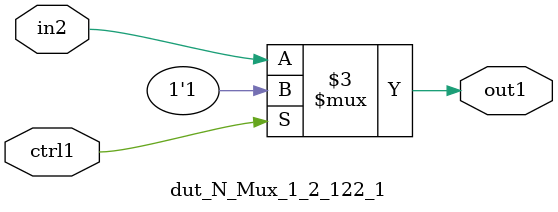
<source format=v>

`timescale 1ps / 1ps


module dut_N_Mux_1_2_122_1( in2, ctrl1, out1 );

    input in2;
    input ctrl1;
    output out1;
    reg out1;

    
    // rtl_process:dut_N_Mux_1_2_122_1/dut_N_Mux_1_2_122_1_thread_1
    always @*
      begin : dut_N_Mux_1_2_122_1_thread_1
        case (ctrl1) 
          1'b1: 
            begin
              out1 = 1'b1;
            end
          default: 
            begin
              out1 = in2;
            end
        endcase
      end

endmodule



</source>
